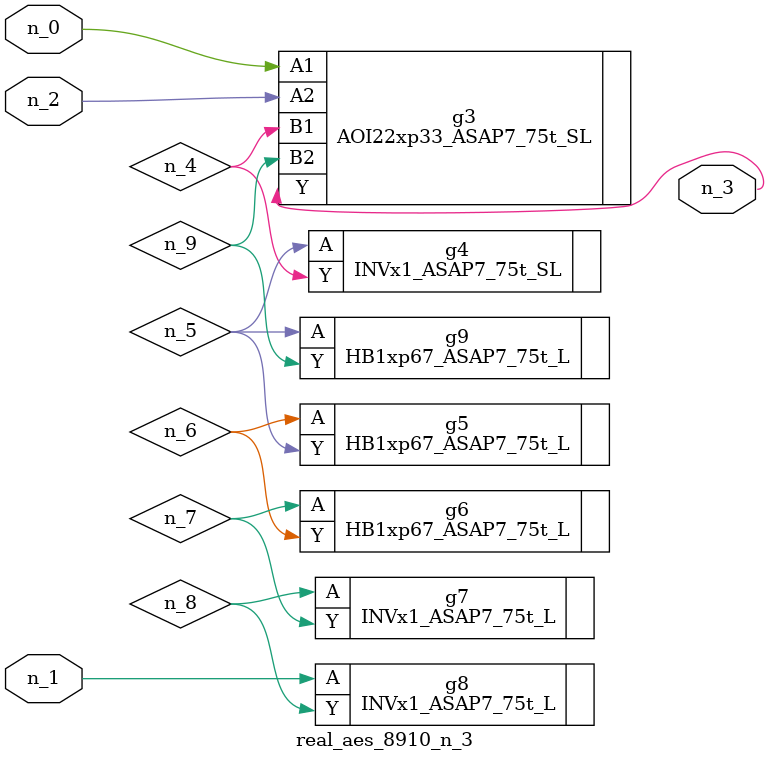
<source format=v>
module real_aes_8910_n_3 (n_0, n_2, n_1, n_3);
input n_0;
input n_2;
input n_1;
output n_3;
wire n_4;
wire n_5;
wire n_7;
wire n_9;
wire n_6;
wire n_8;
AOI22xp33_ASAP7_75t_SL g3 ( .A1(n_0), .A2(n_2), .B1(n_4), .B2(n_9), .Y(n_3) );
INVx1_ASAP7_75t_L g8 ( .A(n_1), .Y(n_8) );
INVx1_ASAP7_75t_SL g4 ( .A(n_5), .Y(n_4) );
HB1xp67_ASAP7_75t_L g9 ( .A(n_5), .Y(n_9) );
HB1xp67_ASAP7_75t_L g5 ( .A(n_6), .Y(n_5) );
HB1xp67_ASAP7_75t_L g6 ( .A(n_7), .Y(n_6) );
INVx1_ASAP7_75t_L g7 ( .A(n_8), .Y(n_7) );
endmodule
</source>
